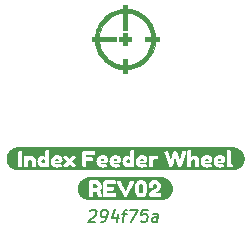
<source format=gto>
G04 #@! TF.GenerationSoftware,KiCad,Pcbnew,5.1.9+dfsg1-1~bpo10+1*
G04 #@! TF.CreationDate,2021-05-14T21:54:51+00:00*
G04 #@! TF.ProjectId,indexingWheel,696e6465-7869-46e6-9757-6865656c2e6b,rev?*
G04 #@! TF.SameCoordinates,Original*
G04 #@! TF.FileFunction,Legend,Top*
G04 #@! TF.FilePolarity,Positive*
%FSLAX46Y46*%
G04 Gerber Fmt 4.6, Leading zero omitted, Abs format (unit mm)*
G04 Created by KiCad (PCBNEW 5.1.9+dfsg1-1~bpo10+1) date 2021-05-14 21:54:51*
%MOMM*%
%LPD*%
G01*
G04 APERTURE LIST*
%ADD10C,0.150000*%
%ADD11C,0.100000*%
%ADD12C,0.010000*%
G04 APERTURE END LIST*
D10*
X-2955461Y-8277619D02*
X-2901889Y-8230000D01*
X-2800699Y-8182380D01*
X-2562604Y-8182380D01*
X-2473318Y-8230000D01*
X-2431651Y-8277619D01*
X-2395937Y-8372857D01*
X-2407842Y-8468095D01*
X-2473318Y-8610952D01*
X-3116175Y-9182380D01*
X-2497127Y-9182380D01*
X-2020937Y-9182380D02*
X-1830461Y-9182380D01*
X-1729270Y-9134761D01*
X-1675699Y-9087142D01*
X-1562604Y-8944285D01*
X-1491175Y-8753809D01*
X-1443556Y-8372857D01*
X-1479270Y-8277619D01*
X-1520937Y-8230000D01*
X-1610223Y-8182380D01*
X-1800699Y-8182380D01*
X-1901889Y-8230000D01*
X-1955461Y-8277619D01*
X-2014985Y-8372857D01*
X-2044747Y-8610952D01*
X-2009032Y-8706190D01*
X-1967366Y-8753809D01*
X-1878080Y-8801428D01*
X-1687604Y-8801428D01*
X-1586413Y-8753809D01*
X-1532842Y-8706190D01*
X-1473318Y-8610952D01*
X-604270Y-8515714D02*
X-687604Y-9182380D01*
X-794747Y-8134761D02*
X-1122127Y-8849047D01*
X-503080Y-8849047D01*
X-223318Y-8515714D02*
X157633Y-8515714D01*
X-163794Y-9182380D02*
X-56651Y-8325238D01*
X2872Y-8230000D01*
X104062Y-8182380D01*
X199300Y-8182380D01*
X437395Y-8182380D02*
X1104062Y-8182380D01*
X550491Y-9182380D01*
X1961205Y-8182380D02*
X1485014Y-8182380D01*
X1377872Y-8658571D01*
X1431443Y-8610952D01*
X1532633Y-8563333D01*
X1770729Y-8563333D01*
X1860014Y-8610952D01*
X1901681Y-8658571D01*
X1937395Y-8753809D01*
X1907633Y-8991904D01*
X1848110Y-9087142D01*
X1794538Y-9134761D01*
X1693348Y-9182380D01*
X1455252Y-9182380D01*
X1365967Y-9134761D01*
X1324300Y-9087142D01*
X2740967Y-9182380D02*
X2806443Y-8658571D01*
X2770729Y-8563333D01*
X2681443Y-8515714D01*
X2490967Y-8515714D01*
X2389776Y-8563333D01*
X2746919Y-9134761D02*
X2645729Y-9182380D01*
X2407633Y-9182380D01*
X2318348Y-9134761D01*
X2282633Y-9039523D01*
X2294538Y-8944285D01*
X2354062Y-8849047D01*
X2455252Y-8801428D01*
X2693348Y-8801428D01*
X2794538Y-8753809D01*
D11*
G36*
X-2694150Y-6353330D02*
G01*
X-2450310Y-6353330D01*
X-2339820Y-6311420D01*
X-2284575Y-6185690D01*
X-2339820Y-6059007D01*
X-2454120Y-6016145D01*
X-2694150Y-6016145D01*
X-2694150Y-6353330D01*
G37*
G36*
X1378740Y-6762905D02*
G01*
X1464584Y-6739569D01*
X1525901Y-6669560D01*
X1562692Y-6552879D01*
X1574955Y-6389525D01*
X1574955Y-6378095D01*
X1562811Y-6210574D01*
X1526377Y-6090916D01*
X1465656Y-6019122D01*
X1380645Y-5995190D01*
X1295634Y-6019181D01*
X1234912Y-6091154D01*
X1198479Y-6211110D01*
X1186335Y-6379047D01*
X1198360Y-6546985D01*
X1234436Y-6666941D01*
X1294563Y-6738914D01*
X1378740Y-6762905D01*
G37*
G36*
X-3031335Y-5419880D02*
G01*
X-2861790Y-5678960D01*
X-2450310Y-5678960D01*
X-2339608Y-5692507D01*
X-2231023Y-5733147D01*
X-2124555Y-5800880D01*
X-2055023Y-5870412D01*
X-1998825Y-5960900D01*
X-1961678Y-6067580D01*
X-1949295Y-6185690D01*
X-1965170Y-6320733D01*
X-1829280Y-6905780D01*
X-1829280Y-5846600D01*
X-1793085Y-5714202D01*
X-1655925Y-5678960D01*
X-905355Y-5678960D01*
X-839633Y-5681817D01*
X-789150Y-5699915D01*
X-633416Y-5758017D01*
X-549120Y-5699915D01*
X-452918Y-5667530D01*
X-402435Y-5675150D01*
X-370050Y-5701820D01*
X-338618Y-5752302D01*
X-313138Y-5805642D01*
X-265275Y-5910417D01*
X-204077Y-6044958D01*
X-138593Y-6187595D01*
X-72870Y-6330232D01*
X-10958Y-6464773D01*
X35953Y-6566452D01*
X56670Y-6610505D01*
X437670Y-5776115D01*
X464340Y-5718965D01*
X548160Y-5667530D01*
X660555Y-5699915D01*
X744851Y-5758017D01*
X772950Y-5821835D01*
X744375Y-5913275D01*
X941304Y-5931611D01*
X993930Y-5839932D01*
X1060367Y-5768971D01*
X1149187Y-5710392D01*
X1257058Y-5671102D01*
X1380645Y-5658005D01*
X1503756Y-5670864D01*
X1610197Y-5709440D01*
X1697827Y-5767066D01*
X1764502Y-5837075D01*
X1815223Y-5919942D01*
X1854990Y-6016145D01*
X1886740Y-6132773D01*
X1905790Y-6254058D01*
X1912140Y-6380000D01*
X1902853Y-6543473D01*
X1874992Y-6689086D01*
X1828558Y-6816840D01*
X2025249Y-6808863D01*
X2078827Y-6718138D01*
X2157647Y-6637651D01*
X2251230Y-6569548D01*
X2352195Y-6508111D01*
X2453160Y-6447628D01*
X2546743Y-6383572D01*
X2625562Y-6311420D01*
X2679141Y-6232839D01*
X2697000Y-6149495D01*
X2683665Y-6100917D01*
X2654137Y-6049482D01*
X2603655Y-6012335D01*
X2508405Y-5995190D01*
X2402677Y-6039957D01*
X2352195Y-6128540D01*
X2344575Y-6172355D01*
X2344575Y-6183785D01*
X2341717Y-6246650D01*
X2323620Y-6294275D01*
X2272185Y-6328565D01*
X2175030Y-6339995D01*
X2068826Y-6321897D01*
X2016915Y-6267605D01*
X2007390Y-6170450D01*
X2023159Y-6042921D01*
X2070467Y-5924493D01*
X2149312Y-5815167D01*
X2253664Y-5727855D01*
X2377489Y-5675467D01*
X2520787Y-5658005D01*
X2664192Y-5675679D01*
X2788334Y-5728702D01*
X2893215Y-5817072D01*
X2972590Y-5928092D01*
X3020215Y-6049059D01*
X3036090Y-6179975D01*
X3024184Y-6285702D01*
X2988465Y-6385715D01*
X2936077Y-6473345D01*
X2874165Y-6541925D01*
X2740815Y-6647176D01*
X2622705Y-6711470D01*
X2575080Y-6730520D01*
X2575080Y-6740045D01*
X2923695Y-6740045D01*
X3035137Y-6758143D01*
X3079905Y-6813388D01*
X3091335Y-6910543D01*
X3078952Y-7006745D01*
X3037995Y-7056275D01*
X2919885Y-7079135D01*
X2175030Y-7079135D01*
X2056920Y-7027700D01*
X2007390Y-6907685D01*
X2025249Y-6808863D01*
X1828558Y-6816840D01*
X1763550Y-6926735D01*
X1697589Y-6996268D01*
X1610197Y-7052465D01*
X1504232Y-7089613D01*
X1382550Y-7101995D01*
X1260392Y-7089374D01*
X1152997Y-7051513D01*
X1063939Y-6995077D01*
X996787Y-6926735D01*
X945591Y-6845296D01*
X904395Y-6749570D01*
X873703Y-6635482D01*
X855288Y-6511657D01*
X849150Y-6378095D01*
X854124Y-6257233D01*
X869047Y-6148648D01*
X893917Y-6052340D01*
X941304Y-5931611D01*
X744375Y-5913275D01*
X218595Y-6980075D01*
X154777Y-7047703D01*
X66195Y-7073420D01*
X47145Y-7073420D01*
X-43343Y-7047703D01*
X-107160Y-6980075D01*
X-632940Y-5913275D01*
X-661515Y-5821835D01*
X-633416Y-5758017D01*
X-789150Y-5699915D01*
X-750574Y-5750397D01*
X-737715Y-5848505D01*
X-755336Y-5954232D01*
X-808200Y-6004715D01*
X-907260Y-6016145D01*
X-1492095Y-6016145D01*
X-1492095Y-6208550D01*
X-1114905Y-6208550D01*
X-1049183Y-6211407D01*
X-998700Y-6229505D01*
X-960124Y-6279987D01*
X-947265Y-6378095D01*
X-965363Y-6483823D01*
X-1019655Y-6534305D01*
X-1118715Y-6545735D01*
X-1492095Y-6545735D01*
X-1492095Y-6738140D01*
X-905355Y-6738140D01*
X-839633Y-6740998D01*
X-789150Y-6759095D01*
X-750574Y-6809578D01*
X-737715Y-6907685D01*
X-755336Y-7013413D01*
X-808200Y-7063895D01*
X-907260Y-7075325D01*
X-1661640Y-7075325D01*
X-1767368Y-7057228D01*
X-1817850Y-7002935D01*
X-1829280Y-6905780D01*
X-1965170Y-6320733D01*
X-2012795Y-6438843D01*
X-2092170Y-6540020D01*
X-2059150Y-6618125D01*
X-2015970Y-6717820D01*
X-1962630Y-6839105D01*
X-1934055Y-6938165D01*
X-1963583Y-7004840D01*
X-2052165Y-7060085D01*
X-2150273Y-7086755D01*
X-2211233Y-7068658D01*
X-2246475Y-7031510D01*
X-2271452Y-6977112D01*
X-2320982Y-6862177D01*
X-2395065Y-6686705D01*
X-2454120Y-6690515D01*
X-2694150Y-6690515D01*
X-2694150Y-6905780D01*
X-2697008Y-6971503D01*
X-2715105Y-7021985D01*
X-2765588Y-7060561D01*
X-2863695Y-7073420D01*
X-2969423Y-7055799D01*
X-3019905Y-7002935D01*
X-3031335Y-6903875D01*
X-3031335Y-5846600D01*
X-3028478Y-5780877D01*
X-3010380Y-5730395D01*
X-2959898Y-5691819D01*
X-2861790Y-5678960D01*
X-3031335Y-5419880D01*
X-3031494Y-5419880D01*
X-3125602Y-5424503D01*
X-3218804Y-5438328D01*
X-3310202Y-5461222D01*
X-3398916Y-5492965D01*
X-3484091Y-5533250D01*
X-3564908Y-5581689D01*
X-3640587Y-5637817D01*
X-3710401Y-5701093D01*
X-3773677Y-5770906D01*
X-3829804Y-5846586D01*
X-3878244Y-5927403D01*
X-3918529Y-6012578D01*
X-3950271Y-6101292D01*
X-3973165Y-6192690D01*
X-3986991Y-6285892D01*
X-3991614Y-6380000D01*
X-3986991Y-6474108D01*
X-3973165Y-6567310D01*
X-3950271Y-6658708D01*
X-3918529Y-6747422D01*
X-3878244Y-6832597D01*
X-3829804Y-6913414D01*
X-3773677Y-6989094D01*
X-3710401Y-7058907D01*
X-3640587Y-7122183D01*
X-3564908Y-7178311D01*
X-3484091Y-7226750D01*
X-3398916Y-7267035D01*
X-3310202Y-7298778D01*
X-3218804Y-7321672D01*
X-3125602Y-7335497D01*
X-3031494Y-7340120D01*
X-3031335Y-7340120D01*
X3091335Y-7340120D01*
X3091494Y-7340120D01*
X3185602Y-7335497D01*
X3278804Y-7321672D01*
X3370202Y-7298778D01*
X3458916Y-7267035D01*
X3544091Y-7226750D01*
X3624908Y-7178311D01*
X3700587Y-7122183D01*
X3770401Y-7058907D01*
X3833677Y-6989094D01*
X3889804Y-6913414D01*
X3938244Y-6832597D01*
X3978529Y-6747422D01*
X4010271Y-6658708D01*
X4033165Y-6567310D01*
X4046991Y-6474108D01*
X4051614Y-6380000D01*
X4046991Y-6285892D01*
X4033165Y-6192690D01*
X4010271Y-6101292D01*
X3978529Y-6012578D01*
X3938244Y-5927403D01*
X3889804Y-5846586D01*
X3833677Y-5770906D01*
X3770401Y-5701093D01*
X3700587Y-5637817D01*
X3624908Y-5581689D01*
X3544091Y-5533250D01*
X3458916Y-5492965D01*
X3370202Y-5461222D01*
X3278804Y-5438328D01*
X3185602Y-5424503D01*
X3091494Y-5419880D01*
X3091335Y-5419880D01*
X-3031335Y-5419880D01*
G37*
G36*
X8102910Y-4010020D02*
G01*
X8175300Y-3949060D01*
X8141963Y-3878575D01*
X8046713Y-3851905D01*
X7923840Y-3902388D01*
X7862880Y-4010020D01*
X8102910Y-4010020D01*
G37*
G36*
X1511610Y-4010020D02*
G01*
X1584000Y-3949060D01*
X1550663Y-3878575D01*
X1455413Y-3851905D01*
X1332540Y-3902388D01*
X1271580Y-4010020D01*
X1511610Y-4010020D01*
G37*
G36*
X-719145Y-4010020D02*
G01*
X-646755Y-3949060D01*
X-680092Y-3878575D01*
X-775342Y-3851905D01*
X-898215Y-3902388D01*
X-959175Y-4010020D01*
X-719145Y-4010020D01*
G37*
G36*
X-1810710Y-4010020D02*
G01*
X-1738320Y-3949060D01*
X-1771657Y-3878575D01*
X-1866907Y-3851905D01*
X-1989780Y-3902388D01*
X-2050740Y-4010020D01*
X-1810710Y-4010020D01*
G37*
G36*
X7011345Y-4010020D02*
G01*
X7083735Y-3949060D01*
X7050398Y-3878575D01*
X6955148Y-3851905D01*
X6832275Y-3902388D01*
X6771315Y-4010020D01*
X7011345Y-4010020D01*
G37*
G36*
X-5677860Y-4010020D02*
G01*
X-5605470Y-3949060D01*
X-5638807Y-3878575D01*
X-5734057Y-3851905D01*
X-5856930Y-3902388D01*
X-5917890Y-4010020D01*
X-5677860Y-4010020D01*
G37*
G36*
X170490Y-4189090D02*
G01*
X290505Y-4240525D01*
X407663Y-4189090D01*
X454335Y-4075743D01*
X409568Y-3960490D01*
X288600Y-3907150D01*
X166680Y-3959538D01*
X120960Y-4074790D01*
X170490Y-4189090D01*
G37*
G36*
X-7018980Y-4189090D02*
G01*
X-6898965Y-4240525D01*
X-6781807Y-4189090D01*
X-6735135Y-4075743D01*
X-6779902Y-3960490D01*
X-6900870Y-3907150D01*
X-7022790Y-3959538D01*
X-7068510Y-4074790D01*
X-7018980Y-4189090D01*
G37*
G36*
X-9026850Y-2861305D02*
G01*
X-9026850Y-3347080D01*
X-9023992Y-3281357D01*
X-9005895Y-3230875D01*
X-8955412Y-3192299D01*
X-8857305Y-3179440D01*
X-8751101Y-3197061D01*
X-8699190Y-3249925D01*
X-6729420Y-3268975D01*
X-6726562Y-3203252D01*
X-6709417Y-3153722D01*
X-6658935Y-3114670D01*
X-6562732Y-3103240D01*
X-6466530Y-3114670D01*
X-6416047Y-3154675D01*
X-6398902Y-3205157D01*
X-6396045Y-3270880D01*
X-6116962Y-3694742D01*
X-6004885Y-3614838D01*
X-5875662Y-3566896D01*
X-5729295Y-3550915D01*
X-5605708Y-3562583D01*
X-5499742Y-3597588D01*
X-5411398Y-3655928D01*
X-5340675Y-3737605D01*
X-5292097Y-3841189D01*
X-5275905Y-3953823D01*
X-5290431Y-4055740D01*
X-5334007Y-4127178D01*
X-5462595Y-4183375D01*
X-5914080Y-4183375D01*
X-5851215Y-4272910D01*
X-5725485Y-4309105D01*
X-5626901Y-4303390D01*
X-5552130Y-4286245D01*
X-5531175Y-4278625D01*
X-5454975Y-4257670D01*
X-5131125Y-4286245D01*
X-4919670Y-4072885D01*
X-5131125Y-3859525D01*
X-5199705Y-3742367D01*
X-5130172Y-3625210D01*
X-5013967Y-3556630D01*
X-4898715Y-3625210D01*
X-4687260Y-3838570D01*
X-4477710Y-3625210D01*
X-4361505Y-3556630D01*
X-4245300Y-3625210D01*
X-4176720Y-3742367D01*
X-4245300Y-3859525D01*
X-4456755Y-4072885D01*
X-4245300Y-4286245D01*
X-4176720Y-4403403D01*
X-4245300Y-4519608D01*
X-4361505Y-4587235D01*
X-4477710Y-4518655D01*
X-4687260Y-4307200D01*
X-4898715Y-4518655D01*
X-5013967Y-4587235D01*
X-5130172Y-4519608D01*
X-5199705Y-4403403D01*
X-5131125Y-4286245D01*
X-5454975Y-4257670D01*
X-5350200Y-4343395D01*
X-5325435Y-4431025D01*
X-5350795Y-4505201D01*
X-5426876Y-4558184D01*
X-5553678Y-4589973D01*
X-5731200Y-4600570D01*
X-5864312Y-4588426D01*
X-5981707Y-4551993D01*
X-6079101Y-4495557D01*
X-6152205Y-4423405D01*
X-6218880Y-4316513D01*
X-6258885Y-4201578D01*
X-6272220Y-4078600D01*
X-6254969Y-3929269D01*
X-6203217Y-3801317D01*
X-6116962Y-3694742D01*
X-6396045Y-3270880D01*
X-6396045Y-4408165D01*
X-6398902Y-4473888D01*
X-6417000Y-4522465D01*
X-6471531Y-4561041D01*
X-6577972Y-4573900D01*
X-6681081Y-4550564D01*
X-6725610Y-4480555D01*
X-6821336Y-4549135D01*
X-6948495Y-4571995D01*
X-7059408Y-4555379D01*
X-7163548Y-4505532D01*
X-7260915Y-4422453D01*
X-7339232Y-4317254D01*
X-7386222Y-4201049D01*
X-7401885Y-4073838D01*
X-7386116Y-3946520D01*
X-7338808Y-3829997D01*
X-7259962Y-3724270D01*
X-7162278Y-3640662D01*
X-7058456Y-3590497D01*
X-6948495Y-3573775D01*
X-6823241Y-3597588D01*
X-6729420Y-3669025D01*
X-6729420Y-3268975D01*
X-8699190Y-3249925D01*
X-8689665Y-3348985D01*
X-7979100Y-3571870D01*
X-7859191Y-3588062D01*
X-7753463Y-3636640D01*
X-7661917Y-3717602D01*
X-7591538Y-3821848D01*
X-7549311Y-3940276D01*
X-7535235Y-4072885D01*
X-7535235Y-4408165D01*
X-7538092Y-4473888D01*
X-7554285Y-4522465D01*
X-7604767Y-4561041D01*
X-7702875Y-4573900D01*
X-7809555Y-4556279D01*
X-7859085Y-4503415D01*
X-7870515Y-4406260D01*
X-7870515Y-4070980D01*
X-7915282Y-3949060D01*
X-8035297Y-3905245D01*
X-8157217Y-3950965D01*
X-8203890Y-4070980D01*
X-8203890Y-4408165D01*
X-8206747Y-4473888D01*
X-8224845Y-4522465D01*
X-8273899Y-4561041D01*
X-8371530Y-4573900D01*
X-8468209Y-4561041D01*
X-8518215Y-4522465D01*
X-8534407Y-4471983D01*
X-8537265Y-4406260D01*
X-8537265Y-3731890D01*
X-8534407Y-3668072D01*
X-8516310Y-3619495D01*
X-8466304Y-3583776D01*
X-8369625Y-3571870D01*
X-8275804Y-3582824D01*
X-8226750Y-3615685D01*
X-8207700Y-3693790D01*
X-8173410Y-3655690D01*
X-8121975Y-3615685D01*
X-7979100Y-3571870D01*
X-8689665Y-3348985D01*
X-8689665Y-4408165D01*
X-8692522Y-4474840D01*
X-8710620Y-4524370D01*
X-8761102Y-4562946D01*
X-8859210Y-4575805D01*
X-8964937Y-4557708D01*
X-9015420Y-4503415D01*
X-9026850Y-4406260D01*
X-9026850Y-3347080D01*
X-9026850Y-2861305D01*
X-9027009Y-2861305D01*
X-9123918Y-2866066D01*
X-9219893Y-2880302D01*
X-9314012Y-2903878D01*
X-9405366Y-2936565D01*
X-9493076Y-2978049D01*
X-9576298Y-3027930D01*
X-9654230Y-3085728D01*
X-9726122Y-3150887D01*
X-9791280Y-3222779D01*
X-9849078Y-3300710D01*
X-9898960Y-3383932D01*
X-9940444Y-3471643D01*
X-9973131Y-3562997D01*
X-9996706Y-3657115D01*
X-10010943Y-3753091D01*
X-10015704Y-3850000D01*
X-10010943Y-3946909D01*
X-9996706Y-4042885D01*
X-9973131Y-4137003D01*
X-9940444Y-4228357D01*
X-9898960Y-4316068D01*
X-9849078Y-4399290D01*
X-9791280Y-4477221D01*
X-9726122Y-4549113D01*
X-9654230Y-4614272D01*
X-9576298Y-4672070D01*
X-9493076Y-4721951D01*
X-9405366Y-4763435D01*
X-9314012Y-4796122D01*
X-9219893Y-4819698D01*
X-9123918Y-4833934D01*
X-9027009Y-4838695D01*
X-9026850Y-4838695D01*
X9146850Y-4838695D01*
X9108750Y-4556755D01*
X9024930Y-4576758D01*
X8872530Y-4568185D01*
X8751563Y-4534371D01*
X8682030Y-4471030D01*
X8642025Y-4350062D01*
X8628690Y-4173850D01*
X8628690Y-3267070D01*
X8631548Y-3201347D01*
X8647740Y-3150865D01*
X8698223Y-3112289D01*
X8796330Y-3099430D01*
X8890628Y-3112289D01*
X8941110Y-3150865D01*
X8959208Y-3202300D01*
X8962065Y-3268975D01*
X8962065Y-4150990D01*
X8973495Y-4237668D01*
X9023978Y-4255765D01*
X9076365Y-4258623D01*
X9108750Y-4274815D01*
X9146850Y-4410070D01*
X9137325Y-4506749D01*
X9108750Y-4556755D01*
X9146850Y-4838695D01*
X9147009Y-4838695D01*
X9243918Y-4833934D01*
X9339894Y-4819697D01*
X9434012Y-4796122D01*
X9525366Y-4763435D01*
X9613076Y-4721951D01*
X9696298Y-4672070D01*
X9774230Y-4614271D01*
X9846122Y-4549113D01*
X9911280Y-4477221D01*
X9969079Y-4399289D01*
X10018960Y-4316068D01*
X10060444Y-4228357D01*
X10093131Y-4137003D01*
X10116706Y-4042885D01*
X10130943Y-3946909D01*
X10135704Y-3850000D01*
X10130943Y-3753091D01*
X10116706Y-3657115D01*
X10093131Y-3562997D01*
X10060444Y-3471643D01*
X10018960Y-3383932D01*
X9969079Y-3300711D01*
X9911280Y-3222779D01*
X9846122Y-3150887D01*
X9774230Y-3085729D01*
X9696298Y-3027930D01*
X9613076Y-2978049D01*
X9525366Y-2936565D01*
X793425Y-3270880D01*
X793425Y-4408165D01*
X1037265Y-4423405D01*
X970590Y-4316513D01*
X930585Y-4201578D01*
X917250Y-4078600D01*
X934501Y-3929269D01*
X986253Y-3801317D01*
X1072508Y-3694742D01*
X1184585Y-3614838D01*
X1313808Y-3566896D01*
X1460175Y-3550915D01*
X1583762Y-3562583D01*
X1689728Y-3597588D01*
X1778072Y-3655928D01*
X1848795Y-3737605D01*
X1897373Y-3841189D01*
X1913565Y-3953823D01*
X1899039Y-4055740D01*
X1855463Y-4127178D01*
X1726875Y-4183375D01*
X2037390Y-4406260D01*
X2037390Y-3737605D01*
X2040248Y-3671882D01*
X2056440Y-3623305D01*
X2106923Y-3584729D01*
X2205030Y-3571870D01*
X2297899Y-3582824D01*
X2347905Y-3615685D01*
X2368860Y-3678550D01*
X2396483Y-3646165D01*
X2473635Y-3594730D01*
X2577458Y-3562345D01*
X2652705Y-3567107D01*
X2719380Y-3583300D01*
X2779388Y-3622352D01*
X2803200Y-3710935D01*
X2767005Y-3844285D01*
X2662230Y-3916675D01*
X2596508Y-3901435D01*
X2513640Y-3886195D01*
X2417438Y-3922390D01*
X2372670Y-4010020D01*
X3730935Y-4459600D01*
X3363270Y-3402325D01*
X3342315Y-3308980D01*
X3374224Y-3240876D01*
X3469950Y-3188965D01*
X3569963Y-3169915D01*
X3638543Y-3200395D01*
X3681405Y-3293740D01*
X3890955Y-3930010D01*
X4098600Y-3303265D01*
X4136224Y-3235637D01*
X4195755Y-3192775D01*
X4274813Y-3179440D01*
X4365300Y-3210872D01*
X4418640Y-3272785D01*
X4637715Y-3933820D01*
X4847265Y-3293740D01*
X4872030Y-3228970D01*
X4907273Y-3188012D01*
X4971090Y-3168010D01*
X5060625Y-3187060D01*
X5156351Y-3240400D01*
X5188260Y-3308980D01*
X5165400Y-3402325D01*
X5293035Y-4408165D01*
X5293035Y-3268975D01*
X5295893Y-3203252D01*
X5312085Y-3154675D01*
X5362568Y-3116099D01*
X5460675Y-3103240D01*
X5556878Y-3116099D01*
X5605455Y-3154675D01*
X5623553Y-3205157D01*
X5626410Y-3270880D01*
X5626410Y-3691885D01*
X5729756Y-3604731D01*
X5849295Y-3575680D01*
X5969204Y-3591767D01*
X6074932Y-3640027D01*
X6434236Y-3929269D01*
X6485988Y-3801317D01*
X6572243Y-3694742D01*
X6684320Y-3614838D01*
X6813543Y-3566896D01*
X6959910Y-3550915D01*
X7083497Y-3562583D01*
X7189463Y-3597588D01*
X7277807Y-3655928D01*
X7348530Y-3737605D01*
X7397108Y-3841189D01*
X7525801Y-3929269D01*
X7577553Y-3801317D01*
X7663808Y-3694742D01*
X7775885Y-3614838D01*
X7905108Y-3566896D01*
X8051475Y-3550915D01*
X8175062Y-3562583D01*
X8281028Y-3597588D01*
X8369372Y-3655928D01*
X8440095Y-3737605D01*
X8488673Y-3841189D01*
X8504865Y-3953823D01*
X8490339Y-4055740D01*
X8446763Y-4127178D01*
X8318175Y-4183375D01*
X7866690Y-4183375D01*
X7929555Y-4272910D01*
X8055285Y-4309105D01*
X8153869Y-4303390D01*
X8228640Y-4286245D01*
X8249595Y-4278625D01*
X8325795Y-4257670D01*
X8430570Y-4343395D01*
X8455335Y-4431025D01*
X8429975Y-4505201D01*
X8353894Y-4558184D01*
X8227092Y-4589973D01*
X8049570Y-4600570D01*
X7916458Y-4588426D01*
X7799063Y-4551993D01*
X7701669Y-4495557D01*
X7628565Y-4423405D01*
X7561890Y-4316513D01*
X7521885Y-4201578D01*
X7508550Y-4078600D01*
X7525801Y-3929269D01*
X7397108Y-3841189D01*
X7413300Y-3953823D01*
X7398774Y-4055740D01*
X7355198Y-4127178D01*
X7226610Y-4183375D01*
X6775125Y-4183375D01*
X6837990Y-4272910D01*
X6963720Y-4309105D01*
X7062304Y-4303390D01*
X7137075Y-4286245D01*
X7158030Y-4278625D01*
X7234230Y-4257670D01*
X7339005Y-4343395D01*
X7363770Y-4431025D01*
X7338410Y-4505201D01*
X7262329Y-4558184D01*
X7135527Y-4589973D01*
X6958005Y-4600570D01*
X6824893Y-4588426D01*
X6707498Y-4551993D01*
X6610104Y-4495557D01*
X6537000Y-4423405D01*
X6470325Y-4316513D01*
X6430320Y-4201578D01*
X6416985Y-4078600D01*
X6434236Y-3929269D01*
X6074932Y-3640027D01*
X6166478Y-3720460D01*
X6236857Y-3824177D01*
X6279084Y-3942287D01*
X6293160Y-4074790D01*
X6293160Y-4410070D01*
X6290303Y-4475793D01*
X6272205Y-4526275D01*
X6223151Y-4563423D01*
X6125520Y-4575805D01*
X6031223Y-4563423D01*
X5980740Y-4526275D01*
X5962643Y-4474840D01*
X5959785Y-4406260D01*
X5959785Y-4072885D01*
X5915970Y-3950965D01*
X5804528Y-3907150D01*
X5685465Y-3948108D01*
X5626410Y-4040500D01*
X5626410Y-4410070D01*
X5623553Y-4475793D01*
X5605455Y-4526275D01*
X5556401Y-4563423D01*
X5458770Y-4575805D01*
X5362091Y-4562946D01*
X5312085Y-4524370D01*
X5295893Y-4474840D01*
X5293035Y-4408165D01*
X5165400Y-3402325D01*
X4799640Y-4459600D01*
X4786305Y-4491985D01*
X4735823Y-4542468D01*
X4638668Y-4573900D01*
X4541513Y-4542468D01*
X4487220Y-4480555D01*
X4264335Y-3823330D01*
X4188059Y-4048730D01*
X4128394Y-4225056D01*
X4085341Y-4352310D01*
X4058900Y-4430492D01*
X4049070Y-4459600D01*
X4031925Y-4491985D01*
X4001445Y-4530085D01*
X3896670Y-4573900D01*
X3796658Y-4545325D01*
X3744270Y-4488175D01*
X3730935Y-4459600D01*
X2372670Y-4010020D01*
X2372670Y-4410070D01*
X2369813Y-4475793D01*
X2351715Y-4526275D01*
X2300280Y-4563423D01*
X2203125Y-4575805D01*
X2071680Y-4543420D01*
X2037390Y-4461505D01*
X2037390Y-4406260D01*
X1726875Y-4183375D01*
X1275390Y-4183375D01*
X1338255Y-4272910D01*
X1463985Y-4309105D01*
X1562569Y-4303390D01*
X1637340Y-4286245D01*
X1658295Y-4278625D01*
X1734495Y-4257670D01*
X1839270Y-4343395D01*
X1864035Y-4431025D01*
X1838675Y-4505201D01*
X1762594Y-4558184D01*
X1635792Y-4589973D01*
X1458270Y-4600570D01*
X1325158Y-4588426D01*
X1207763Y-4551993D01*
X1110369Y-4495557D01*
X1037265Y-4423405D01*
X793425Y-4408165D01*
X790568Y-4473888D01*
X772470Y-4522465D01*
X717939Y-4561041D01*
X611498Y-4573900D01*
X508389Y-4550564D01*
X463860Y-4480555D01*
X368134Y-4549135D01*
X240975Y-4571995D01*
X130062Y-4555379D01*
X25922Y-4505532D01*
X-71445Y-4422453D01*
X-149762Y-4317254D01*
X-196752Y-4201049D01*
X-212415Y-4073838D01*
X-196646Y-3946520D01*
X-149338Y-3829997D01*
X-70492Y-3724270D01*
X27192Y-3640662D01*
X131014Y-3590497D01*
X240975Y-3573775D01*
X366229Y-3597588D01*
X460050Y-3669025D01*
X460050Y-3268975D01*
X462908Y-3203252D01*
X480053Y-3153722D01*
X530535Y-3114670D01*
X626738Y-3103240D01*
X722940Y-3114670D01*
X773423Y-3154675D01*
X790568Y-3205157D01*
X793425Y-3270880D01*
X9525366Y-2936565D01*
X9434012Y-2903878D01*
X9339894Y-2880303D01*
X-2666055Y-3179440D01*
X-2600332Y-3182297D01*
X-2550802Y-3200395D01*
X-2511750Y-3251830D01*
X-2500320Y-3348985D01*
X-2511750Y-3446140D01*
X-2551755Y-3496622D01*
X-2602237Y-3513767D01*
X-2669865Y-3516625D01*
X-3252795Y-3516625D01*
X-3252795Y-3709030D01*
X-2877510Y-3709030D01*
X-2809882Y-3711887D01*
X-2759400Y-3729985D01*
X-2722252Y-3781896D01*
X-2709870Y-3880480D01*
X-2727967Y-3986684D01*
X-2782260Y-4038595D01*
X-2879415Y-4048120D01*
X-3252795Y-4048120D01*
X-2391735Y-4201578D01*
X-2405070Y-4078600D01*
X-2387819Y-3929269D01*
X-2336067Y-3801317D01*
X-2249812Y-3694742D01*
X-2137735Y-3614838D01*
X-2008512Y-3566896D01*
X-1862145Y-3550915D01*
X-1738558Y-3562583D01*
X-1632592Y-3597588D01*
X-1544248Y-3655928D01*
X-1473525Y-3737605D01*
X-1424947Y-3841189D01*
X-1408755Y-3953823D01*
X-1423281Y-4055740D01*
X-1313505Y-4078600D01*
X-1296254Y-3929269D01*
X-1244502Y-3801317D01*
X-1158247Y-3694742D01*
X-1046170Y-3614838D01*
X-916947Y-3566896D01*
X-770580Y-3550915D01*
X-646993Y-3562583D01*
X-541027Y-3597588D01*
X-452683Y-3655928D01*
X-381960Y-3737605D01*
X-333382Y-3841189D01*
X-317190Y-3953823D01*
X-331716Y-4055740D01*
X-375292Y-4127178D01*
X-503880Y-4183375D01*
X-955365Y-4183375D01*
X-892500Y-4272910D01*
X-766770Y-4309105D01*
X-668186Y-4303390D01*
X-593415Y-4286245D01*
X-572460Y-4278625D01*
X-496260Y-4257670D01*
X-391485Y-4343395D01*
X-366720Y-4431025D01*
X-392080Y-4505201D01*
X-468161Y-4558184D01*
X-594963Y-4589973D01*
X-772485Y-4600570D01*
X-905597Y-4588426D01*
X-1022992Y-4551993D01*
X-1120386Y-4495557D01*
X-1193490Y-4423405D01*
X-1260165Y-4316513D01*
X-1300170Y-4201578D01*
X-1313505Y-4078600D01*
X-1423281Y-4055740D01*
X-1466857Y-4127178D01*
X-1595445Y-4183375D01*
X-2046930Y-4183375D01*
X-1984065Y-4272910D01*
X-1858335Y-4309105D01*
X-1759751Y-4303390D01*
X-1684980Y-4286245D01*
X-1664025Y-4278625D01*
X-1587825Y-4257670D01*
X-1483050Y-4343395D01*
X-1458285Y-4431025D01*
X-1483645Y-4505201D01*
X-1559726Y-4558184D01*
X-1686528Y-4589973D01*
X-1864050Y-4600570D01*
X-1997162Y-4588426D01*
X-2114557Y-4551993D01*
X-2211951Y-4495557D01*
X-2285055Y-4423405D01*
X-2351730Y-4316513D01*
X-2391735Y-4201578D01*
X-3252795Y-4048120D01*
X-3252795Y-4408165D01*
X-3255652Y-4474840D01*
X-3273750Y-4524370D01*
X-3324232Y-4562946D01*
X-3422340Y-4575805D01*
X-3528067Y-4557708D01*
X-3578550Y-4503415D01*
X-3589980Y-4406260D01*
X-3589980Y-3347080D01*
X-3553785Y-3214682D01*
X-3416625Y-3179440D01*
X-2666055Y-3179440D01*
X9339894Y-2880303D01*
X9243918Y-2866066D01*
X9147009Y-2861305D01*
X9146850Y-2861305D01*
X-9026850Y-2861305D01*
G37*
D12*
G36*
X192439Y6632195D02*
G01*
X196389Y6452278D01*
X376305Y6448329D01*
X556222Y6444379D01*
X556222Y6121510D01*
X376305Y6117561D01*
X196389Y6113611D01*
X192439Y5933695D01*
X188490Y5753778D01*
X-134379Y5753778D01*
X-138329Y5933695D01*
X-142278Y6113611D01*
X-322195Y6117561D01*
X-502111Y6121510D01*
X-502111Y6444379D01*
X-322195Y6448329D01*
X-142278Y6452278D01*
X-138329Y6632195D01*
X-134379Y6812111D01*
X188490Y6812111D01*
X192439Y6632195D01*
G37*
X192439Y6632195D02*
X196389Y6452278D01*
X376305Y6448329D01*
X556222Y6444379D01*
X556222Y6121510D01*
X376305Y6117561D01*
X196389Y6113611D01*
X192439Y5933695D01*
X188490Y5753778D01*
X-134379Y5753778D01*
X-138329Y5933695D01*
X-142278Y6113611D01*
X-322195Y6117561D01*
X-502111Y6121510D01*
X-502111Y6444379D01*
X-322195Y6448329D01*
X-142278Y6452278D01*
X-138329Y6632195D01*
X-134379Y6812111D01*
X188490Y6812111D01*
X192439Y6632195D01*
G36*
X189333Y8833898D02*
G01*
X283869Y8824212D01*
X542960Y8783539D01*
X798270Y8714972D01*
X1049979Y8618460D01*
X1170055Y8561950D01*
X1312674Y8486349D01*
X1439534Y8408738D01*
X1557813Y8323871D01*
X1674691Y8226508D01*
X1797345Y8111403D01*
X1826554Y8082443D01*
X1946386Y7957492D01*
X2047294Y7839938D01*
X2134522Y7722602D01*
X2213312Y7598306D01*
X2288909Y7459870D01*
X2306061Y7425945D01*
X2416061Y7175908D01*
X2498089Y6922356D01*
X2552199Y6665109D01*
X2568323Y6539759D01*
X2578008Y6445222D01*
X2870444Y6445222D01*
X2870444Y6120667D01*
X2577399Y6120667D01*
X2567535Y6025417D01*
X2527659Y5768991D01*
X2461477Y5518967D01*
X2368236Y5272792D01*
X2306061Y5139945D01*
X2230460Y4997326D01*
X2152848Y4870466D01*
X2067982Y4752187D01*
X1970619Y4635309D01*
X1855514Y4512655D01*
X1826554Y4483446D01*
X1701603Y4363614D01*
X1584049Y4262706D01*
X1466713Y4175478D01*
X1342416Y4096688D01*
X1203980Y4021091D01*
X1170055Y4003939D01*
X920019Y3893939D01*
X666466Y3811911D01*
X409220Y3757801D01*
X283869Y3741677D01*
X189333Y3731992D01*
X189333Y3439556D01*
X-135222Y3439556D01*
X-135222Y3731992D01*
X-229759Y3741677D01*
X-488849Y3782351D01*
X-744160Y3850917D01*
X-995868Y3947430D01*
X-1115945Y4003939D01*
X-1258563Y4079540D01*
X-1385423Y4157152D01*
X-1503702Y4242018D01*
X-1620580Y4339381D01*
X-1743235Y4454486D01*
X-1772443Y4483446D01*
X-1892275Y4608397D01*
X-1993183Y4725951D01*
X-2080411Y4843287D01*
X-2159202Y4967584D01*
X-2234798Y5106020D01*
X-2251950Y5139945D01*
X-2361950Y5389981D01*
X-2443979Y5643534D01*
X-2498088Y5900780D01*
X-2514212Y6026131D01*
X-2523898Y6120667D01*
X-2816333Y6120667D01*
X-2816333Y6445222D01*
X-2523898Y6445222D01*
X-2185231Y6445222D01*
X-770222Y6445222D01*
X-770222Y6120667D01*
X-2185231Y6120667D01*
X-2175524Y6025417D01*
X-2139639Y5805687D01*
X-2077594Y5585433D01*
X-1991111Y5368525D01*
X-1881907Y5158835D01*
X-1751704Y4960234D01*
X-1639801Y4819142D01*
X-1486596Y4661179D01*
X-1311950Y4516623D01*
X-1120543Y4388196D01*
X-917055Y4278617D01*
X-706165Y4190610D01*
X-492554Y4126894D01*
X-423468Y4111898D01*
X-350237Y4097671D01*
X-297880Y4088075D01*
X-259620Y4082090D01*
X-228682Y4078697D01*
X-198287Y4076875D01*
X-188139Y4076477D01*
X-135222Y4074556D01*
X-135222Y4568445D01*
X189333Y4568445D01*
X189333Y4070658D01*
X284583Y4080365D01*
X503298Y4116117D01*
X722090Y4177665D01*
X936909Y4262886D01*
X1143706Y4369657D01*
X1338431Y4495854D01*
X1517033Y4639355D01*
X1675463Y4798036D01*
X1693912Y4819142D01*
X1838922Y5006730D01*
X1964237Y5208349D01*
X2068139Y5420127D01*
X2148907Y5638192D01*
X2204824Y5858674D01*
X2229635Y6025417D01*
X2239342Y6120667D01*
X1741555Y6120667D01*
X1741555Y6445222D01*
X2239342Y6445222D01*
X2229635Y6540472D01*
X2193749Y6760202D01*
X2131705Y6980456D01*
X2045222Y7197364D01*
X1936018Y7407054D01*
X1805814Y7605655D01*
X1693912Y7746747D01*
X1538331Y7907203D01*
X1362063Y8052747D01*
X1169159Y8181257D01*
X963669Y8290609D01*
X749643Y8378681D01*
X531131Y8443349D01*
X312182Y8482491D01*
X284583Y8485524D01*
X189333Y8495231D01*
X189333Y7080222D01*
X-135222Y7080222D01*
X-135222Y8495231D01*
X-230472Y8485524D01*
X-449187Y8449772D01*
X-667979Y8388224D01*
X-882798Y8303003D01*
X-1089595Y8196233D01*
X-1284320Y8070035D01*
X-1462922Y7926534D01*
X-1621352Y7767853D01*
X-1639801Y7746747D01*
X-1784811Y7559159D01*
X-1910126Y7357540D01*
X-2014028Y7145762D01*
X-2094796Y6927697D01*
X-2150713Y6707216D01*
X-2175524Y6540472D01*
X-2185231Y6445222D01*
X-2523898Y6445222D01*
X-2514212Y6539759D01*
X-2473539Y6798849D01*
X-2404972Y7054160D01*
X-2308460Y7305868D01*
X-2251950Y7425945D01*
X-2176349Y7568563D01*
X-2098738Y7695423D01*
X-2013871Y7813702D01*
X-1916508Y7930580D01*
X-1801403Y8053235D01*
X-1772443Y8082443D01*
X-1647492Y8202275D01*
X-1529938Y8303183D01*
X-1412602Y8390411D01*
X-1288306Y8469202D01*
X-1149870Y8544798D01*
X-1115945Y8561950D01*
X-865908Y8671950D01*
X-612356Y8753979D01*
X-355109Y8808088D01*
X-229759Y8824212D01*
X-135222Y8833898D01*
X-135222Y9126333D01*
X189333Y9126333D01*
X189333Y8833898D01*
G37*
X189333Y8833898D02*
X283869Y8824212D01*
X542960Y8783539D01*
X798270Y8714972D01*
X1049979Y8618460D01*
X1170055Y8561950D01*
X1312674Y8486349D01*
X1439534Y8408738D01*
X1557813Y8323871D01*
X1674691Y8226508D01*
X1797345Y8111403D01*
X1826554Y8082443D01*
X1946386Y7957492D01*
X2047294Y7839938D01*
X2134522Y7722602D01*
X2213312Y7598306D01*
X2288909Y7459870D01*
X2306061Y7425945D01*
X2416061Y7175908D01*
X2498089Y6922356D01*
X2552199Y6665109D01*
X2568323Y6539759D01*
X2578008Y6445222D01*
X2870444Y6445222D01*
X2870444Y6120667D01*
X2577399Y6120667D01*
X2567535Y6025417D01*
X2527659Y5768991D01*
X2461477Y5518967D01*
X2368236Y5272792D01*
X2306061Y5139945D01*
X2230460Y4997326D01*
X2152848Y4870466D01*
X2067982Y4752187D01*
X1970619Y4635309D01*
X1855514Y4512655D01*
X1826554Y4483446D01*
X1701603Y4363614D01*
X1584049Y4262706D01*
X1466713Y4175478D01*
X1342416Y4096688D01*
X1203980Y4021091D01*
X1170055Y4003939D01*
X920019Y3893939D01*
X666466Y3811911D01*
X409220Y3757801D01*
X283869Y3741677D01*
X189333Y3731992D01*
X189333Y3439556D01*
X-135222Y3439556D01*
X-135222Y3731992D01*
X-229759Y3741677D01*
X-488849Y3782351D01*
X-744160Y3850917D01*
X-995868Y3947430D01*
X-1115945Y4003939D01*
X-1258563Y4079540D01*
X-1385423Y4157152D01*
X-1503702Y4242018D01*
X-1620580Y4339381D01*
X-1743235Y4454486D01*
X-1772443Y4483446D01*
X-1892275Y4608397D01*
X-1993183Y4725951D01*
X-2080411Y4843287D01*
X-2159202Y4967584D01*
X-2234798Y5106020D01*
X-2251950Y5139945D01*
X-2361950Y5389981D01*
X-2443979Y5643534D01*
X-2498088Y5900780D01*
X-2514212Y6026131D01*
X-2523898Y6120667D01*
X-2816333Y6120667D01*
X-2816333Y6445222D01*
X-2523898Y6445222D01*
X-2185231Y6445222D01*
X-770222Y6445222D01*
X-770222Y6120667D01*
X-2185231Y6120667D01*
X-2175524Y6025417D01*
X-2139639Y5805687D01*
X-2077594Y5585433D01*
X-1991111Y5368525D01*
X-1881907Y5158835D01*
X-1751704Y4960234D01*
X-1639801Y4819142D01*
X-1486596Y4661179D01*
X-1311950Y4516623D01*
X-1120543Y4388196D01*
X-917055Y4278617D01*
X-706165Y4190610D01*
X-492554Y4126894D01*
X-423468Y4111898D01*
X-350237Y4097671D01*
X-297880Y4088075D01*
X-259620Y4082090D01*
X-228682Y4078697D01*
X-198287Y4076875D01*
X-188139Y4076477D01*
X-135222Y4074556D01*
X-135222Y4568445D01*
X189333Y4568445D01*
X189333Y4070658D01*
X284583Y4080365D01*
X503298Y4116117D01*
X722090Y4177665D01*
X936909Y4262886D01*
X1143706Y4369657D01*
X1338431Y4495854D01*
X1517033Y4639355D01*
X1675463Y4798036D01*
X1693912Y4819142D01*
X1838922Y5006730D01*
X1964237Y5208349D01*
X2068139Y5420127D01*
X2148907Y5638192D01*
X2204824Y5858674D01*
X2229635Y6025417D01*
X2239342Y6120667D01*
X1741555Y6120667D01*
X1741555Y6445222D01*
X2239342Y6445222D01*
X2229635Y6540472D01*
X2193749Y6760202D01*
X2131705Y6980456D01*
X2045222Y7197364D01*
X1936018Y7407054D01*
X1805814Y7605655D01*
X1693912Y7746747D01*
X1538331Y7907203D01*
X1362063Y8052747D01*
X1169159Y8181257D01*
X963669Y8290609D01*
X749643Y8378681D01*
X531131Y8443349D01*
X312182Y8482491D01*
X284583Y8485524D01*
X189333Y8495231D01*
X189333Y7080222D01*
X-135222Y7080222D01*
X-135222Y8495231D01*
X-230472Y8485524D01*
X-449187Y8449772D01*
X-667979Y8388224D01*
X-882798Y8303003D01*
X-1089595Y8196233D01*
X-1284320Y8070035D01*
X-1462922Y7926534D01*
X-1621352Y7767853D01*
X-1639801Y7746747D01*
X-1784811Y7559159D01*
X-1910126Y7357540D01*
X-2014028Y7145762D01*
X-2094796Y6927697D01*
X-2150713Y6707216D01*
X-2175524Y6540472D01*
X-2185231Y6445222D01*
X-2523898Y6445222D01*
X-2514212Y6539759D01*
X-2473539Y6798849D01*
X-2404972Y7054160D01*
X-2308460Y7305868D01*
X-2251950Y7425945D01*
X-2176349Y7568563D01*
X-2098738Y7695423D01*
X-2013871Y7813702D01*
X-1916508Y7930580D01*
X-1801403Y8053235D01*
X-1772443Y8082443D01*
X-1647492Y8202275D01*
X-1529938Y8303183D01*
X-1412602Y8390411D01*
X-1288306Y8469202D01*
X-1149870Y8544798D01*
X-1115945Y8561950D01*
X-865908Y8671950D01*
X-612356Y8753979D01*
X-355109Y8808088D01*
X-229759Y8824212D01*
X-135222Y8833898D01*
X-135222Y9126333D01*
X189333Y9126333D01*
X189333Y8833898D01*
M02*

</source>
